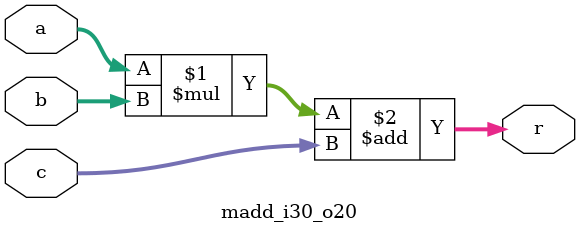
<source format=v>
module madd_i30_o20 (a, b, c, r);
input [9:0] a, b, c;
output [19:0] r;


assign r = (a * b) + c;

endmodule  

</source>
